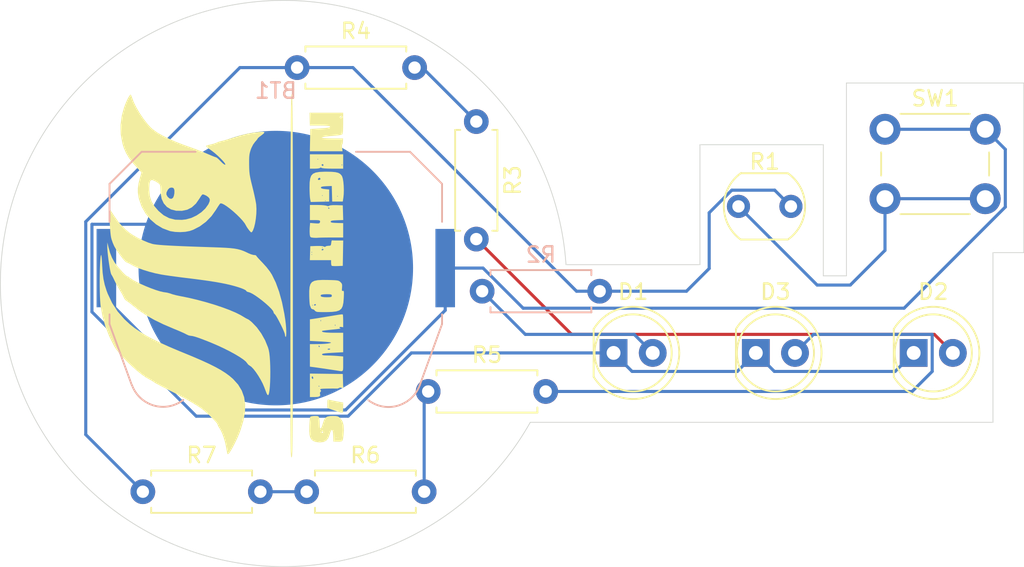
<source format=kicad_pcb>
(kicad_pcb (version 20241229) (generator "pcbnew") (generator_version "9.0")
  (layers (0 "F.Cu" signal) (2 "B.Cu" signal) (13 "F.Paste" user) (15 "B.Paste" user) (5 "F.SilkS" user "F.Silkscreen") (7 "B.SilkS" user "B.Silkscreen") (1 "F.Mask" user) (3 "B.Mask" user) (25 "Edge.Cuts" user))
  (net 0 "")
  (net 1 "Net-(BT1--)")
  (net 2 "Net-(BT1-+)")
  (net 3 "Net-(D1-A)")
  (net 4 "Net-(D2-A)")
  (net 5 "Net-(D3-A)")
  (net 6 "Net-(R1-Pad1)")
  (net 7 "Net-(R1-Pad2)")
  (net 8 "Net-(R3-Pad1)")
  (net 9 "Net-(R5-Pad1)")
  (net 10 "Net-(R6-Pad1)")
  (footprint "LED_THT:LED_D5.0mm" (layer "F.Cu") (at 135.125 121.5)
    (property "Reference" "D3" (at 1.27 -3.96 0) (layer "F.SilkS"))
    (property "Value" "LED")
    (fp_line (start -1.29 -1.545) (end -1.29 1.545) (stroke (width 0.12)) (layer "F.SilkS"))
    (fp_arc (start -1.29 -1.54483) (mid 2.071779 -2.880495) (end 4.26 0) (stroke (width 0.12)) (layer "F.SilkS"))
    (fp_arc (start 4.26 0) (mid 2.071779 2.880495) (end -1.29 1.54483) (stroke (width 0.12)) (layer "F.SilkS"))
    (fp_circle (center 1.27 0) (end 3.77 0) (stroke (width 0.12)) (fill no) (layer "F.SilkS"))
    (pad "1" thru_hole rect (at 0 0) (size 1.8 1.8) (drill 0.9) (layers "*.Cu" "*.Mask") (net 1 "Net-(BT1--)"))
    (pad "2" thru_hole circle (at 2.54 0) (size 1.8 1.8) (drill 0.9) (layers "*.Cu" "*.Mask") (net 5 "Net-(D3-A)"))
  )
  (footprint "Button_Switch_THT:SW_PUSH_6mm" (layer "F.Cu") (at 143.5 107)
    (property "Reference" "SW1" (at 3.25 -2 0) (layer "F.SilkS"))
    (property "Value" "SW_Push")
    (fp_line (start -0.25 1.5) (end -0.25 3) (stroke (width 0.12)) (layer "F.SilkS"))
    (fp_line (start 1 5.5) (end 5.5 5.5) (stroke (width 0.12)) (layer "F.SilkS"))
    (fp_line (start 5.5 -1) (end 1 -1) (stroke (width 0.12)) (layer "F.SilkS"))
    (fp_line (start 6.75 3) (end 6.75 1.5) (stroke (width 0.12)) (layer "F.SilkS"))
    (pad "1" thru_hole circle (at 0 0 90) (size 2 2) (drill 1.1) (layers "*.Cu" "*.Mask") (net 2 "Net-(BT1-+)"))
    (pad "1" thru_hole circle (at 6.5 0 90) (size 2 2) (drill 1.1) (layers "*.Cu" "*.Mask") (net 2 "Net-(BT1-+)"))
    (pad "2" thru_hole circle (at 0 4.5 90) (size 2 2) (drill 1.1) (layers "*.Cu" "*.Mask") (net 6 "Net-(R1-Pad1)"))
    (pad "2" thru_hole circle (at 6.5 4.5 90) (size 2 2) (drill 1.1) (layers "*.Cu" "*.Mask") (net 6 "Net-(R1-Pad1)"))
  )
  (footprint "LED_THT:LED_D5.0mm" (layer "F.Cu") (at 125.9 121.5)
    (property "Reference" "D1" (at 1.27 -3.96 0) (layer "F.SilkS"))
    (property "Value" "LED")
    (fp_line (start -1.29 -1.545) (end -1.29 1.545) (stroke (width 0.12)) (layer "F.SilkS"))
    (fp_arc (start -1.29 -1.54483) (mid 2.071779 -2.880495) (end 4.26 0) (stroke (width 0.12)) (layer "F.SilkS"))
    (fp_arc (start 4.26 0) (mid 2.071779 2.880495) (end -1.29 1.54483) (stroke (width 0.12)) (layer "F.SilkS"))
    (fp_circle (center 1.27 0) (end 3.77 0) (stroke (width 0.12)) (fill no) (layer "F.SilkS"))
    (pad "1" thru_hole rect (at 0 0) (size 1.8 1.8) (drill 0.9) (layers "*.Cu" "*.Mask") (net 1 "Net-(BT1--)"))
    (pad "2" thru_hole circle (at 2.54 0) (size 1.8 1.8) (drill 0.9) (layers "*.Cu" "*.Mask") (net 3 "Net-(D1-A)"))
  )
  (footprint "Resistor_THT:R_Axial_DIN0207_L6.3mm_D2.5mm_P7.62mm_Horizontal" (layer "F.Cu") (at 95.38 130.5)
    (property "Reference" "R7" (at 3.81 -2.37 0) (layer "F.SilkS"))
    (property "Value" "R")
    (fp_line (start 0.54 -1.37) (end 7.08 -1.37) (stroke (width 0.12)) (layer "F.SilkS"))
    (fp_line (start 0.54 -1.04) (end 0.54 -1.37) (stroke (width 0.12)) (layer "F.SilkS"))
    (fp_line (start 0.54 1.04) (end 0.54 1.37) (stroke (width 0.12)) (layer "F.SilkS"))
    (fp_line (start 0.54 1.37) (end 7.08 1.37) (stroke (width 0.12)) (layer "F.SilkS"))
    (fp_line (start 7.08 -1.37) (end 7.08 -1.04) (stroke (width 0.12)) (layer "F.SilkS"))
    (fp_line (start 7.08 1.37) (end 7.08 1.04) (stroke (width 0.12)) (layer "F.SilkS"))
    (pad "1" thru_hole circle (at 0 0) (size 1.6 1.6) (drill 0.8) (layers "*.Cu" "*.Mask") (net 7 "Net-(R1-Pad2)"))
    (pad "2" thru_hole circle (at 7.62 0) (size 1.6 1.6) (drill 0.8) (layers "*.Cu" "*.Mask") (net 10 "Net-(R6-Pad1)"))
  )
  (footprint "OptoDevice:R_LDR_5.1x4.3mm_P3.4mm_Vertical" (layer "F.Cu") (at 134 112)
    (property "Reference" "R1" (at 1.7 -2.9 0) (layer "F.SilkS"))
    (property "Value" "LDR03")
    (fp_line (start 0.15 -2.15) (end 3.2 -2.15) (stroke (width 0.12)) (layer "F.SilkS"))
    (fp_line (start 0.15 2.15) (end 3.2 2.15) (stroke (width 0.12)) (layer "F.SilkS"))
    (fp_arc (start 0.15 2.15) (mid -0.950438 -0.013368) (end 0.171766 -2.165525) (stroke (width 0.12)) (layer "F.SilkS"))
    (fp_arc (start 3.2 -2.15) (mid 4.321403 -0.027338) (end 3.244513 2.118249) (stroke (width 0.12)) (layer "F.SilkS"))
    (pad "1" thru_hole circle (at 0 0) (size 1.5 1.5) (drill 0.8) (layers "*.Cu" "*.Mask") (net 6 "Net-(R1-Pad1)"))
    (pad "2" thru_hole circle (at 3.4 0) (size 1.5 1.5) (drill 0.8) (layers "*.Cu" "*.Mask") (net 7 "Net-(R1-Pad2)"))
  )
  (footprint "Resistor_THT:R_Axial_DIN0207_L6.3mm_D2.5mm_P7.62mm_Horizontal" (layer "F.Cu") (at 105.38 103)
    (property "Reference" "R4" (at 3.81 -2.37 0) (layer "F.SilkS"))
    (property "Value" "R")
    (fp_line (start 0.54 -1.37) (end 7.08 -1.37) (stroke (width 0.12)) (layer "F.SilkS"))
    (fp_line (start 0.54 -1.04) (end 0.54 -1.37) (stroke (width 0.12)) (layer "F.SilkS"))
    (fp_line (start 0.54 1.04) (end 0.54 1.37) (stroke (width 0.12)) (layer "F.SilkS"))
    (fp_line (start 0.54 1.37) (end 7.08 1.37) (stroke (width 0.12)) (layer "F.SilkS"))
    (fp_line (start 7.08 -1.37) (end 7.08 -1.04) (stroke (width 0.12)) (layer "F.SilkS"))
    (fp_line (start 7.08 1.37) (end 7.08 1.04) (stroke (width 0.12)) (layer "F.SilkS"))
    (pad "1" thru_hole circle (at 0 0) (size 1.6 1.6) (drill 0.8) (layers "*.Cu" "*.Mask") (net 7 "Net-(R1-Pad2)"))
    (pad "2" thru_hole circle (at 7.62 0) (size 1.6 1.6) (drill 0.8) (layers "*.Cu" "*.Mask") (net 8 "Net-(R3-Pad1)"))
  )
  (footprint "LED_THT:LED_D5.0mm" (layer "F.Cu") (at 145.36 121.5)
    (property "Reference" "D2" (at 1.27 -3.96 0) (layer "F.SilkS"))
    (property "Value" "LED")
    (fp_line (start -1.29 -1.545) (end -1.29 1.545) (stroke (width 0.12)) (layer "F.SilkS"))
    (fp_arc (start -1.29 -1.54483) (mid 2.071779 -2.880495) (end 4.26 0) (stroke (width 0.12)) (layer "F.SilkS"))
    (fp_arc (start 4.26 0) (mid 2.071779 2.880495) (end -1.29 1.54483) (stroke (width 0.12)) (layer "F.SilkS"))
    (fp_circle (center 1.27 0) (end 3.77 0) (stroke (width 0.12)) (fill no) (layer "F.SilkS"))
    (pad "1" thru_hole rect (at 0 0) (size 1.8 1.8) (drill 0.9) (layers "*.Cu" "*.Mask") (net 1 "Net-(BT1--)"))
    (pad "2" thru_hole circle (at 2.54 0) (size 1.8 1.8) (drill 0.9) (layers "*.Cu" "*.Mask") (net 4 "Net-(D2-A)"))
  )
  (footprint "Resistor_THT:R_Axial_DIN0207_L6.3mm_D2.5mm_P7.62mm_Horizontal" (layer "F.Cu") (at 117 106.5 -90)
    (property "Reference" "R3" (at 3.81 -2.37 90) (layer "F.SilkS"))
    (property "Value" "R")
    (fp_line (start 0.54 1.37) (end 7.08 1.37) (stroke (width 0.12)) (layer "F.SilkS"))
    (fp_line (start 7.08 1.37) (end 7.08 1.04) (stroke (width 0.12)) (layer "F.SilkS"))
    (fp_line (start 0.54 1.04) (end 0.54 1.37) (stroke (width 0.12)) (layer "F.SilkS"))
    (fp_line (start 0.54 -1.04) (end 0.54 -1.37) (stroke (width 0.12)) (layer "F.SilkS"))
    (fp_line (start 0.54 -1.37) (end 7.08 -1.37) (stroke (width 0.12)) (layer "F.SilkS"))
    (fp_line (start 7.08 -1.37) (end 7.08 -1.04) (stroke (width 0.12)) (layer "F.SilkS"))
    (pad "1" thru_hole circle (at 0 0 270) (size 1.6 1.6) (drill 0.8) (layers "*.Cu" "*.Mask") (net 8 "Net-(R3-Pad1)"))
    (pad "2" thru_hole circle (at 7.62 0 270) (size 1.6 1.6) (drill 0.8) (layers "*.Cu" "*.Mask") (net 4 "Net-(D2-A)"))
  )
  (footprint "Resistor_THT:R_Axial_DIN0207_L6.3mm_D2.5mm_P7.62mm_Horizontal" (layer "F.Cu") (at 113.88 124)
    (property "Reference" "R5" (at 3.81 -2.37 0) (layer "F.SilkS"))
    (property "Value" "R")
    (fp_line (start 0.54 -1.37) (end 7.08 -1.37) (stroke (width 0.12)) (layer "F.SilkS"))
    (fp_line (start 0.54 -1.04) (end 0.54 -1.37) (stroke (width 0.12)) (layer "F.SilkS"))
    (fp_line (start 0.54 1.04) (end 0.54 1.37) (stroke (width 0.12)) (layer "F.SilkS"))
    (fp_line (start 0.54 1.37) (end 7.08 1.37) (stroke (width 0.12)) (layer "F.SilkS"))
    (fp_line (start 7.08 -1.37) (end 7.08 -1.04) (stroke (width 0.12)) (layer "F.SilkS"))
    (fp_line (start 7.08 1.37) (end 7.08 1.04) (stroke (width 0.12)) (layer "F.SilkS"))
    (pad "1" thru_hole circle (at 0 0) (size 1.6 1.6) (drill 0.8) (layers "*.Cu" "*.Mask") (net 9 "Net-(R5-Pad1)"))
    (pad "2" thru_hole circle (at 7.62 0) (size 1.6 1.6) (drill 0.8) (layers "*.Cu" "*.Mask") (net 5 "Net-(D3-A)"))
  )
  (footprint "LOGO" (layer "F.Cu") (at 102.288197 116.516917)
    (property "Reference" "G***" (hide yes))
    (property "Value" "LOGO" (hide yes))
    (fp_poly (pts (xy 5.136389 8.011048) (xy 5.221716 8.031355) (xy 5.375635 8.064057) (xy 5.570376 8.103324) (xy 5.651254 8.119132) (xy 6.080308 8.202223) (xy 6.080308 8.538756) (xy 6.073924 8.733565) (xy 6.053555 8.840954) (xy 6.019015 8.870975) (xy 5.948351 8.85416) (xy 5.808569 8.812496) (xy 5.623233 8.753188) (xy 5.50415 8.713544) (xy 5.050579 8.560428) (xy 5.050579 8.273242) (xy 5.054158 8.112753) (xy 5.06926 8.030201) (xy 5.102434 8.005579)) (fill yes) (layer "F.SilkS"))
    (fp_poly (pts (xy 6.080308 -7.428765) (xy 6.080308 -6.962935) (xy 5.403629 -6.962935) (xy 5.106135 -6.966881) (xy 4.878196 -6.978234) (xy 4.729776 -6.996267) (xy 4.673642 -7.016242) (xy 4.614453 -7.043031) (xy 4.587389 -7.016242) (xy 4.52446 -6.988559) (xy 4.392745 -6.969328) (xy 4.238611 -6.962935) (xy 3.922779 -6.962935) (xy 3.922779 -7.224604) (xy 4.683903 -7.224604) (xy 4.689495 -7.183873) (xy 4.73999 -7.137471) (xy 4.792788 -7.163595) (xy 4.804635 -7.208109) (xy 5.982239 -7.208109) (xy 6.00018 -7.167747) (xy 6.014929 -7.175419) (xy 6.020797 -7.233612) (xy 6.014929 -7.240798) (xy 5.985778 -7.234067) (xy 5.982239 -7.208109) (xy 4.804635 -7.208109) (xy 4.805405 -7.211002) (xy 4.765753 -7.25219) (xy 4.733392 -7.257143) (xy 4.683903 -7.224604) (xy 3.922779 -7.224604) (xy 3.922779 -7.428765) (xy 3.922779 -7.575869) (xy 4.413127 -7.575869) (xy 4.437644 -7.551352) (xy 4.462162 -7.575869) (xy 4.437644 -7.600387) (xy 4.413127 -7.575869) (xy 3.922779 -7.575869) (xy 3.922779 -7.894595) (xy 5.001544 -7.894595) (xy 6.080308 -7.894595)) (fill yes) (layer "F.SilkS"))
    (fp_poly (pts (xy 4.989285 6.336785) (xy 6.055791 6.35) (xy 6.069966 6.809368) (xy 6.084142 7.268736) (xy 5.962643 7.238242) (xy 5.860563 7.232162) (xy 5.810846 7.256772) (xy 5.74436 7.290293) (xy 5.648478 7.297019) (xy 5.542746 7.294102) (xy 5.368168 7.29353) (xy 5.153943 7.295294) (xy 5.032316 7.297209) (xy 4.812524 7.302749) (xy 4.675908 7.311541) (xy 4.607578 7.326642) (xy 4.592641 7.351112) (xy 4.612368 7.383466) (xy 4.651816 7.452545) (xy 4.614756 7.498892) (xy 4.611226 7.501104) (xy 4.569879 7.574387) (xy 4.576064 7.619954) (xy 4.596534 7.729668) (xy 4.550124 7.799443) (xy 4.426921 7.83586) (xy 4.236259 7.845559) (xy 3.922779 7.845559) (xy 3.922779 7.126383) (xy 4.478507 7.126383) (xy 4.485238 7.155534) (xy 4.511196 7.159073) (xy 4.551558 7.141132) (xy 4.543886 7.126383) (xy 4.485693 7.120515) (xy 4.478507 7.126383) (xy 3.922779 7.126383) (xy 3.922779 7.084564) (xy 3.922779 6.588139) (xy 4.036155 6.588139) (xy 4.075461 6.655009) (xy 4.117222 6.668725) (xy 4.139743 6.629453) (xy 4.132279 6.567415) (xy 4.094845 6.501149) (xy 4.057783 6.514108) (xy 4.036155 6.588139) (xy 3.922779 6.588139) (xy 3.922779 6.32357)) (fill yes) (layer "F.SilkS"))
    (fp_poly (pts (xy 6.080308 -9.911024) (xy 6.077054 -9.604216) (xy 6.066801 -9.386537) (xy 6.048817 -9.249244) (xy 6.022368 -9.183595) (xy 6.019015 -9.180457) (xy 5.944928 -9.154729) (xy 5.798963 -9.128512) (xy 5.607194 -9.106057) (xy 5.516409 -9.098562) (xy 5.196181 -9.073057) (xy 4.964588 -9.048544) (xy 4.812225 -9.023518) (xy 4.729689 -8.996474) (xy 4.707335 -8.96905) (xy 4.753507 -8.952785) (xy 4.880593 -8.939215) (xy 5.071451 -8.92946) (xy 5.308939 -8.924641) (xy 5.391224 -8.924325) (xy 6.075112 -8.924325) (xy 6.067291 -8.728186) (xy 6.053146 -8.605287) (xy 6.027335 -8.537003) (xy 6.01785 -8.532047) (xy 5.999672 -8.48891) (xy 6.00114 -8.37958) (xy 6.009319 -8.31139) (xy 6.042409 -8.090734) (xy 4.981283 -8.090734) (xy 3.920158 -8.090734) (xy 3.933727 -8.813997) (xy 3.947297 -9.537259) (xy 4.530448 -9.571473) (xy 4.819037 -9.590227) (xy 5.021524 -9.608685) (xy 5.149844 -9.62921) (xy 5.215927 -9.654166) (xy 5.231707 -9.685916) (xy 5.222414 -9.708534) (xy 5.16234 -9.728684) (xy 5.019428 -9.744381) (xy 4.808855 -9.754498) (xy 4.557337 -9.757916) (xy 3.922779 -9.757916) (xy 3.916753 -9.892761) (xy 3.912259 -10.018291) (xy 3.907271 -10.19396) (xy 3.904494 -10.309413) (xy 3.90328 -10.364312) (xy 5.884169 -10.364312) (xy 5.908345 -10.292413) (xy 5.956791 -10.264408) (xy 5.974884 -10.273598) (xy 5.968116 -10.323974) (xy 5.942194 -10.356957) (xy 5.892826 -10.3846) (xy 5.884169 -10.364312) (xy 3.90328 -10.364312) (xy 3.898262 -10.591219) (xy 4.989285 -10.591363) (xy 6.080308 -10.591506)) (fill yes) (layer "F.SilkS"))
    (fp_poly (pts (xy 4.636644 -4.604211) (xy 4.827983 -4.590609) (xy 4.963842 -4.570813) (xy 5.007902 -4.556829) (xy 5.114252 -4.530541) (xy 5.171547 -4.558889) (xy 5.2572 -4.586013) (xy 5.421882 -4.599914) (xy 5.646502 -4.599068) (xy 6.055791 -4.58475) (xy 6.069801 -4.108672) (xy 6.083811 -3.632595) (xy 5.677523 -3.618325) (xy 5.470551 -3.607415) (xy 5.345006 -3.590082) (xy 5.284291 -3.562738) (xy 5.271235 -3.530502) (xy 5.279635 -3.497771) (xy 5.315 -3.474629) (xy 5.392572 -3.458859) (xy 5.527598 -3.448243) (xy 5.73532 -3.440565) (xy 5.920945 -3.436) (xy 6.080308 -3.432433) (xy 6.080308 -2.966603) (xy 6.080308 -2.500773) (xy 5.308011 -2.500103) (xy 5.035726 -2.498873) (xy 4.792512 -2.495922) (xy 4.59783 -2.491626) (xy 4.471138 -2.486363) (xy 4.437644 -2.483219) (xy 4.326262 -2.477381) (xy 4.173516 -2.48329) (xy 4.136081 -2.486469) (xy 4.007434 -2.504346) (xy 3.945526 -2.545203) (xy 3.920419 -2.639228) (xy 3.912684 -2.71175) (xy 3.905094 -2.887542) (xy 3.90889 -3.09432) (xy 3.914364 -3.181185) (xy 3.935949 -3.444803) (xy 4.243935 -3.42008) (xy 4.414892 -3.409935) (xy 4.512111 -3.417172) (xy 4.559084 -3.446365) (xy 4.57526 -3.484608) (xy 4.585189 -3.557044) (xy 4.556379 -3.600177) (xy 4.471197 -3.621432) (xy 4.312013 -3.628233) (xy 4.233333 -3.628572) (xy 3.922779 -3.628572) (xy 3.922779 -4.118919) (xy 3.922779 -4.416022) (xy 5.099613 -4.416022) (xy 5.135208 -4.366089) (xy 5.148648 -4.364093) (xy 5.196408 -4.380823) (xy 5.197683 -4.385717) (xy 5.163322 -4.427581) (xy 5.148648 -4.437645) (xy 5.103463 -4.433758) (xy 5.099613 -4.416022) (xy 3.922779 -4.416022) (xy 3.922779 -4.609267) (xy 4.416351 -4.609267)) (fill yes) (layer "F.SilkS"))
    (fp_poly (pts (xy 5.421286 -2.310794) (xy 5.555173 -2.306404) (xy 5.730289 -2.304637) (xy 5.738251 -2.304634) (xy 6.08268 -2.304634) (xy 6.069235 -1.483302) (xy 6.055791 -0.66197) (xy 5.710406 -0.647767) (xy 5.53448 -0.645314) (xy 5.398823 -0.652303) (xy 5.331499 -0.667227) (xy 5.330386 -0.668198) (xy 5.306589 -0.736959) (xy 5.295808 -0.856911) (xy 5.295752 -0.866281) (xy 5.295752 -1.02973) (xy 4.607426 -1.02973) (xy 3.919099 -1.02973) (xy 3.930531 -1.397491) (xy 4.020849 -1.397491) (xy 4.045366 -1.372973) (xy 4.069884 -1.397491) (xy 4.045366 -1.422008) (xy 4.020849 -1.397491) (xy 3.930531 -1.397491) (xy 3.933198 -1.483302) (xy 3.935103 -1.544595) (xy 4.020849 -1.544595) (xy 4.045366 -1.520078) (xy 4.069884 -1.544595) (xy 4.045366 -1.569112) (xy 4.020849 -1.544595) (xy 3.935103 -1.544595) (xy 3.940438 -1.716217) (xy 4.682818 -1.716217) (xy 4.693934 -1.674238) (xy 4.728959 -1.667182) (xy 4.796049 -1.692783) (xy 4.805405 -1.716217) (xy 4.770211 -1.763848) (xy 4.759264 -1.765251) (xy 4.692854 -1.729608) (xy 4.682818 -1.716217) (xy 3.940438 -1.716217) (xy 3.944249 -1.838804) (xy 4.707335 -1.838804) (xy 4.731853 -1.814286) (xy 4.75637 -1.838804) (xy 4.731853 -1.863321) (xy 4.707335 -1.838804) (xy 3.944249 -1.838804) (xy 3.947297 -1.936873) (xy 4.356586 -1.951192) (xy 4.576057 -1.952077) (xy 4.740023 -1.93904) (xy 4.828051 -1.913768) (xy 4.830309 -1.912035) (xy 4.899827 -1.885746) (xy 4.92652 -1.909975) (xy 4.992938 -1.945024) (xy 5.111928 -1.961255) (xy 5.124065 -1.96139) (xy 5.233431 -1.969446) (xy 5.283533 -2.012975) (xy 5.30296 -2.121025) (xy 5.305051 -2.145271) (xy 5.323333 -2.259979) (xy 5.349787 -2.315872) (xy 5.357046 -2.316892)) (fill yes) (layer "F.SilkS"))
    (fp_poly (pts (xy 5.329532 -6.760354) (xy 5.575373 -6.737979) (xy 5.754331 -6.695097) (xy 5.88167 -6.627135) (xy 5.972652 -6.529518) (xy 6.011351 -6.464192) (xy 6.057417 -6.321624) (xy 6.09265 -6.108125) (xy 6.115402 -5.850402) (xy 6.124023 -5.575161) (xy 6.116867 -5.30911) (xy 6.095576 -5.099614) (xy 6.05444 -4.829923) (xy 5.711872 -4.829923) (xy 5.369305 -4.829923) (xy 5.359785 -5.173167) (xy 5.68803 -5.173167) (xy 5.712548 -5.148649) (xy 5.737065 -5.173167) (xy 5.712548 -5.197684) (xy 5.68803 -5.173167) (xy 5.359785 -5.173167) (xy 5.355307 -5.334643) (xy 5.34131 -5.839362) (xy 4.987547 -5.82499) (xy 4.795846 -5.812561) (xy 4.685141 -5.791784) (xy 4.638448 -5.758439) (xy 4.633783 -5.737066) (xy 4.665505 -5.688351) (xy 4.77018 -5.655788) (xy 4.903474 -5.638997) (xy 5.173166 -5.614479) (xy 5.173166 -5.222201) (xy 5.173166 -4.829923) (xy 4.574991 -4.816175) (xy 3.976817 -4.802428) (xy 3.961 -4.878958) (xy 4.903474 -4.878958) (xy 4.927992 -4.854441) (xy 4.952509 -4.878958) (xy 4.927992 -4.903475) (xy 4.903474 -4.878958) (xy 3.961 -4.878958) (xy 3.938506 -4.987797) (xy 3.922803 -5.112646) (xy 3.915592 -5.222201) (xy 4.707335 -5.222201) (xy 4.731853 -5.197684) (xy 4.75637 -5.222201) (xy 4.731853 -5.246719) (xy 4.707335 -5.222201) (xy 3.915592 -5.222201) (xy 3.910027 -5.306737) (xy 3.901688 -5.541252) (xy 3.899229 -5.737066) (xy 3.906959 -6.07045) (xy 3.936209 -6.300966) (xy 4.444429 -6.300966) (xy 4.452402 -6.240494) (xy 4.512735 -6.227414) (xy 4.591387 -6.258438) (xy 4.609266 -6.300966) (xy 4.572709 -6.366035) (xy 4.54096 -6.374518) (xy 4.465262 -6.334965) (xy 4.444429 -6.300966) (xy 3.936209 -6.300966) (xy 3.939107 -6.323805) (xy 4.007169 -6.507869) (xy 4.122642 -6.633383) (xy 4.297024 -6.711086) (xy 4.541811 -6.75172) (xy 4.8685 -6.766023) (xy 5.001544 -6.766796)) (fill yes) (layer "F.SilkS"))
    (fp_poly (pts (xy 5.589205 9.074794) (xy 5.709098 9.091923) (xy 5.796701 9.133363) (xy 5.884877 9.209661) (xy 5.908858 9.233414) (xy 6.034288 9.416284) (xy 6.106033 9.66414) (xy 6.125407 9.983978) (xy 6.105691 10.281594) (xy 6.081283 10.494377) (xy 6.053456 10.628115) (xy 6.007282 10.701158) (xy 5.927836 10.731851) (xy 5.80019 10.738543) (xy 5.733882 10.73861) (xy 5.446982 10.73861) (xy 5.436819 10.468918) (xy 5.638996 10.468918) (xy 5.663513 10.493436) (xy 5.68803 10.468918) (xy 5.663513 10.444401) (xy 5.638996 10.468918) (xy 5.436819 10.468918) (xy 5.432661 10.35859) (xy 5.42058 10.156802) (xy 5.400721 10.037387) (xy 5.369601 9.98474) (xy 5.347849 9.978571) (xy 5.291535 10.025797) (xy 5.235406 10.160509) (xy 5.211281 10.248262) (xy 5.121613 10.4998) (xy 4.990644 10.667332) (xy 4.807392 10.760117) (xy 4.571716 10.787461) (xy 4.310075 10.76159) (xy 4.136232 10.693186) (xy 4.022167 10.599589) (xy 3.943802 10.471174) (xy 3.897309 10.292861) (xy 3.885623 10.138758) (xy 4.678853 10.138758) (xy 4.685406 10.154381) (xy 4.744936 10.178675) (xy 4.760558 10.172122) (xy 4.784852 10.112592) (xy 4.778299 10.09697) (xy 4.71877 10.072676) (xy 4.703147 10.079229) (xy 4.678853 10.138758) (xy 3.885623 10.138758) (xy 3.878859 10.049567) (xy 3.884625 9.726212) (xy 3.885567 9.705817) (xy 3.898787 9.484979) (xy 3.915045 9.298956) (xy 3.932035 9.17063) (xy 3.944046 9.125723) (xy 4.008398 9.095177) (xy 4.137197 9.075482) (xy 4.23827 9.071428) (xy 4.39011 9.074783) (xy 4.47145 9.094509) (xy 4.509844 9.145099) (xy 4.529584 9.224662) (xy 4.547434 9.364327) (xy 4.558482 9.547863) (xy 4.560231 9.645543) (xy 4.570428 9.813764) (xy 4.598864 9.887671) (xy 4.642306 9.868643) (xy 4.697519 9.758056) (xy 4.760457 9.560266) (xy 4.834933 9.335371) (xy 4.924886 9.19093) (xy 5.052418 9.110156) (xy 5.239631 9.076266) (xy 5.404158 9.071428)) (fill yes) (layer "F.SilkS"))
    (fp_poly (pts (xy 5.078111 0.253926) (xy 5.355312 0.261078) (xy 5.552329 0.26992) (xy 5.687037 0.28336) (xy 5.777312 0.304306) (xy 5.841033 0.335666) (xy 5.896075 0.380349) (xy 5.904694 0.388386) (xy 5.980998 0.474048) (xy 6.012679 0.56521) (xy 6.011131 0.70212) (xy 6.006805 0.749042) (xy 5.996644 0.891626) (xy 6.007065 0.95744) (xy 6.04338 0.966588) (xy 6.062635 0.960336) (xy 6.098648 0.955691) (xy 6.120149 0.986231) (xy 6.129126 1.068095) (xy 6.127568 1.217419) (xy 6.119035 1.418011) (xy 6.094809 1.724677) (xy 6.047282 1.954178) (xy 5.963764 2.11772) (xy 5.831567 2.226512) (xy 5.638003 2.291761) (xy 5.370382 2.324675) (xy 5.080293 2.335513) (xy 4.838347 2.337603) (xy 4.623572 2.335563) (xy 4.459935 2.32987) (xy 4.373352 2.321443) (xy 4.273663 2.27523) (xy 4.233261 2.227277) (xy 4.167782 2.16882) (xy 4.112133 2.157528) (xy 4.021226 2.118668) (xy 3.991213 2.071718) (xy 3.947227 1.953941) (xy 3.92835 1.912355) (xy 3.923328 1.887837) (xy 4.069884 1.887837) (xy 4.094401 1.912355) (xy 4.118918 1.887837) (xy 4.094401 1.86332) (xy 4.192471 1.86332) (xy 4.203587 1.905299) (xy 4.238611 1.912355) (xy 4.305701 1.886754) (xy 4.315057 1.86332) (xy 4.279864 1.815689) (xy 4.268917 1.814285) (xy 4.202507 1.849928) (xy 4.192471 1.86332) (xy 4.094401 1.86332) (xy 4.069884 1.887837) (xy 3.923328 1.887837) (xy 3.912594 1.835438) (xy 3.897914 1.683815) (xy 3.886136 1.480846) (xy 3.880082 1.297348) (xy 4.620185 1.297348) (xy 4.687702 1.344068) (xy 4.841945 1.368256) (xy 5.004438 1.372972) (xy 5.183904 1.370283) (xy 5.286407 1.358171) (xy 5.332997 1.33057) (xy 5.344722 1.281417) (xy 5.344787 1.274903) (xy 5.335453 1.223191) (xy 5.293417 1.193655) (xy 5.197631 1.180231) (xy 5.027046 1.176852) (xy 5.004438 1.176833) (xy 4.830504 1.183421) (xy 4.697829 1.200718) (xy 4.634351 1.22503) (xy 4.633783 1.225868) (xy 4.620185 1.297348) (xy 3.880082 1.297348) (xy 3.879928 1.292685) (xy 3.879361 0.963631) (xy 3.901301 0.710307) (xy 3.956582 0.523322) (xy 4.056039 0.393281) (xy 4.210505 0.310794) (xy 4.430816 0.266467) (xy 4.727804 0.250907)) (fill yes) (layer "F.SilkS"))
    (fp_poly (pts (xy 2.753935 -11.785035) (xy 2.761334 -11.759203) (xy 2.768164 -11.711816) (xy 2.774448 -11.639328) (xy 2.780207 -11.538193) (xy 2.785464 -11.404866) (xy 2.790241 -11.235801) (xy 2.794561 -11.027452) (xy 2.798444 -10.776273) (xy 2.801915 -10.478718) (xy 2.804993 -10.131243) (xy 2.807703 -9.7303) (xy 2.810066 -9.272344) (xy 2.812104 -8.753829) (xy 2.813839 -8.17121) (xy 2.815293 -7.520941) (xy 2.816489 -6.799475) (xy 2.817449 -6.003268) (xy 2.818195 -5.128773) (xy 2.818749 -4.172445) (xy 2.819134 -3.130738) (xy 2.81937 -2.000106) (xy 2.819482 -0.777003) (xy 2.819498 -0.025189) (xy 2.819473 1.244002) (xy 2.819382 2.418767) (xy 2.819197 3.502751) (xy 2.818893 4.499596) (xy 2.818442 5.412947) (xy 2.817817 6.246448) (xy 2.816994 7.003742) (xy 2.815944 7.688473) (xy 2.814641 8.304286) (xy 2.81306 8.854823) (xy 2.811172 9.343728) (xy 2.808952 9.774646) (xy 2.806373 10.15122) (xy 2.803408 10.477094) (xy 2.800031 10.755912) (xy 2.796216 10.991317) (xy 2.791935 11.186954) (xy 2.787163 11.346466) (xy 2.781872 11.473497) (xy 2.776036 11.571691) (xy 2.769629 11.644691) (xy 2.762623 11.696142) (xy 2.754993 11.729687) (xy 2.746712 11.748971) (xy 2.737753 11.757636) (xy 2.733586 11.759024) (xy 2.724332 11.757532) (xy 2.715775 11.746933) (xy 2.707893 11.723596) (xy 2.700664 11.683889) (xy 2.694064 11.624182) (xy 2.688071 11.540844) (xy 2.682663 11.430243) (xy 2.677816 11.288748) (xy 2.673509 11.112728) (xy 2.669717 10.898552) (xy 2.666419 10.642588) (xy 2.663592 10.341206) (xy 2.661213 9.990774) (xy 2.65926 9.587661) (xy 2.657709 9.128236) (xy 2.656539 8.608868) (xy 2.655725 8.025925) (xy 2.655247 7.375777) (xy 2.65508 6.654792) (xy 2.655203 5.85934) (xy 2.655592 4.985788) (xy 2.656225 4.030506) (xy 2.65708 2.989863) (xy 2.658133 1.860227) (xy 2.659361 0.637967) (xy 2.660034 -0.008644) (xy 2.661425 -1.287941) (xy 2.662829 -2.472711) (xy 2.664273 -3.566495) (xy 2.665783 -4.572837) (xy 2.667383 -5.495278) (xy 2.669101 -6.33736) (xy 2.670961 -7.102626) (xy 2.672991 -7.794618) (xy 2.675214 -8.416877) (xy 2.677658 -8.972947) (xy 2.680348 -9.46637) (xy 2.68331 -9.900687) (xy 2.68657 -10.279441) (xy 2.690153 -10.606173) (xy 2.694086 -10.884427) (xy 2.698394 -11.117745) (xy 2.703103 -11.309668) (xy 2.70824 -11.463738) (xy 2.713828 -11.583499) (xy 2.719896 -11.672491) (xy 2.726467 -11.734258) (xy 2.733569 -11.772342) (xy 2.741227 -11.790284) (xy 2.745945 -11.792858)) (fill yes) (layer "F.SilkS"))
    (fp_poly (pts (xy -9.595709 -1.326911) (xy -9.579758 -1.200518) (xy -9.564088 -1.011485) (xy -9.550364 -0.777503) (xy -9.546772 -0.698746) (xy -9.515453 -0.220695) (xy -9.461952 0.191026) (xy -9.380321 0.566806) (xy -9.264616 0.937029) (xy -9.186022 1.144966) (xy -8.900532 1.747726) (xy -8.542945 2.294496) (xy -8.104735 2.797048) (xy -7.754004 3.121533) (xy -7.446139 3.366778) (xy -7.101989 3.605657) (xy -6.712314 3.843088) (xy -6.267875 4.083988) (xy -5.759434 4.333272) (xy -5.177751 4.595857) (xy -4.513586 4.876661) (xy -4.266024 4.977691) (xy -3.63119 5.239472) (xy -3.081389 5.477078) (xy -2.607907 5.695127) (xy -2.202028 5.898233) (xy -1.855038 6.091015) (xy -1.558221 6.278089) (xy -1.302863 6.46407) (xy -1.080249 6.653576) (xy -1.051166 6.680683) (xy -0.729498 7.038747) (xy -0.492596 7.428802) (xy -0.340095 7.854153) (xy -0.271629 8.318106) (xy -0.286835 8.823968) (xy -0.385348 9.375045) (xy -0.566804 9.974642) (xy -0.660525 10.223745) (xy -0.755803 10.449024) (xy -0.869667 10.694107) (xy -0.991644 10.938974) (xy -1.111262 11.163605) (xy -1.218048 11.34798) (xy -1.301529 11.472077) (xy -1.330578 11.504656) (xy -1.397299 11.553786) (xy -1.429044 11.522347) (xy -1.443092 11.467376) (xy -1.465135 11.356964) (xy -1.495628 11.190834) (xy -1.520245 11.049885) (xy -1.580656 10.770265) (xy -1.664451 10.482752) (xy -1.761744 10.215218) (xy -1.86265 9.995531) (xy -1.936285 9.876914) (xy -2.014595 9.755923) (xy -2.056987 9.654769) (xy -2.05946 9.635628) (xy -2.09481 9.562557) (xy -2.191096 9.441423) (xy -2.333676 9.286651) (xy -2.507903 9.112671) (xy -2.699136 8.933908) (xy -2.892728 8.76479) (xy -3.074037 8.619744) (xy -3.138224 8.572838) (xy -3.414309 8.390138) (xy -3.765634 8.177514) (xy -4.177182 7.943404) (xy -4.633939 7.696244) (xy -5.120887 7.444471) (xy -5.355394 7.327199) (xy -5.610551 7.198921) (xy -5.840445 7.079476) (xy -6.028122 6.977974) (xy -6.156626 6.903522) (xy -6.202896 6.871863) (xy -6.315128 6.793957) (xy -6.458382 6.716597) (xy -6.473759 6.709531) (xy -6.70444 6.581187) (xy -6.978463 6.389201) (xy -7.280195 6.14829) (xy -7.594003 5.873168) (xy -7.904255 5.578552) (xy -8.19532 5.279156) (xy -8.451564 4.989697) (xy -8.657355 4.724888) (xy -8.772276 4.545836) (xy -9.085055 3.918756) (xy -9.340502 3.260739) (xy -9.530265 2.597322) (xy -9.645994 1.95404) (xy -9.659125 1.834124) (xy -9.677536 1.59067) (xy -9.691177 1.298331) (xy -9.700252 0.970475) (xy -9.704965 0.620467) (xy -9.70552 0.261677) (xy -9.702119 -0.092531) (xy -9.694967 -0.428787) (xy -9.684268 -0.733727) (xy -9.670224 -0.993982) (xy -9.65304 -1.196185) (xy -9.632919 -1.32697) (xy -9.610274 -1.372973)) (fill yes) (layer "F.SilkS"))
    (fp_poly (pts (xy 6.052916 2.490389) (xy 6.056339 2.493147) (xy 6.067418 2.550016) (xy 6.075783 2.680156) (xy 6.080041 2.85878) (xy 6.080308 2.91894) (xy 6.080308 3.320763) (xy 5.957722 3.297329) (xy 5.864285 3.301203) (xy 5.835851 3.339739) (xy 5.88369 3.383242) (xy 5.920945 3.394231) (xy 5.907921 3.40505) (xy 5.812201 3.422083) (xy 5.648801 3.443199) (xy 5.432739 3.466267) (xy 5.372724 3.472045) (xy 5.133712 3.496336) (xy 4.931675 3.520178) (xy 4.785795 3.541066) (xy 4.715255 3.556492) (xy 4.712175 3.558351) (xy 4.710115 3.603653) (xy 4.803331 3.638413) (xy 4.98956 3.66227) (xy 5.266538 3.674863) (xy 5.455115 3.676855) (xy 6.080308 3.677606) (xy 6.080308 4.308772) (xy 6.080308 4.939938) (xy 5.393822 4.975308) (xy 5.110738 4.991925) (xy 4.913138 5.009046) (xy 4.788444 5.028582) (xy 4.724079 5.052445) (xy 4.707335 5.079663) (xy 4.733552 5.119464) (xy 4.822978 5.141239) (xy 4.991776 5.148569) (xy 5.018663 5.148648) (xy 5.234204 5.153253) (xy 5.488799 5.165266) (xy 5.70515 5.180361) (xy 6.080308 5.212073) (xy 6.080308 5.695226) (xy 6.080021 5.92036) (xy 6.072128 6.063601) (xy 6.046087 6.141078) (xy 5.991353 6.168923) (xy 5.897382 6.163268) (xy 5.7861 6.145339) (xy 5.585407 6.113837) (xy 5.333345 6.075323) (xy 5.054849 6.033491) (xy 4.774858 5.992036) (xy 4.518309 5.95465) (xy 4.310137 5.925027) (xy 4.180212 5.907479) (xy 3.922779 5.874967) (xy 3.922779 5.144047) (xy 3.922779 4.754229) (xy 5.073772 4.754229) (xy 5.129856 4.776204) (xy 5.207013 4.764112) (xy 5.246707 4.727301) (xy 5.246718 4.726607) (xy 5.205342 4.711075) (xy 5.145754 4.707335) (xy 5.077388 4.725439) (xy 5.073772 4.754229) (xy 3.922779 4.754229) (xy 3.922779 4.541237) (xy 4.479017 4.541237) (xy 4.486679 4.560231) (xy 4.530742 4.60701) (xy 4.538608 4.609266) (xy 4.559669 4.571328) (xy 4.560231 4.560231) (xy 4.522536 4.513081) (xy 4.508303 4.511196) (xy 4.479017 4.541237) (xy 3.922779 4.541237) (xy 3.922779 4.413127) (xy 4.351833 4.412701) (xy 4.632181 4.407612) (xy 4.882837 4.394061) (xy 5.087519 4.373754) (xy 5.229945 4.348398) (xy 5.293832 4.319701) (xy 5.295752 4.313741) (xy 5.249677 4.298173) (xy 5.123135 4.280539) (xy 4.93365 4.262684) (xy 4.698746 4.246451) (xy 4.609266 4.241505) (xy 3.922779 4.205961) (xy 3.922779 3.505621) (xy 3.922779 3.187258) (xy 5.540926 3.187258) (xy 5.558867 3.227619) (xy 5.573616 3.219948) (xy 5.579484 3.161755) (xy 5.573616 3.154568) (xy 5.544465 3.161299) (xy 5.540926 3.187258) (xy 3.922779 3.187258) (xy 3.922779 2.89305) (xy 4.609266 2.89305) (xy 4.627207 2.933411) (xy 4.641956 2.92574) (xy 4.647824 2.867547) (xy 4.641956 2.86036) (xy 4.612805 2.867091) (xy 4.609266 2.89305) (xy 3.922779 2.89305) (xy 3.922779 2.805281) (xy 4.10666 2.780584) (xy 4.225101 2.763046) (xy 4.414859 2.733112) (xy 4.650572 2.694851) (xy 4.906879 2.652332) (xy 4.927992 2.648789) (xy 5.284704 2.589128) (xy 5.556513 2.544511) (xy 5.755158 2.513317) (xy 5.892381 2.493928) (xy 5.979922 2.484723) (xy 6.02952 2.484083)) (fill yes) (layer "F.SilkS"))
    (fp_poly (pts (xy -8.988856 -4.244513) (xy -8.907962 -4.127391) (xy -8.809292 -3.970624) (xy -8.783785 -3.92811) (xy -8.453195 -3.460142) (xy -8.049696 -3.037594) (xy -7.783294 -2.817361) (xy -7.525409 -2.644919) (xy -7.213188 -2.468709) (xy -6.880002 -2.305187) (xy -6.559218 -2.170808) (xy -6.300966 -2.086337) (xy -6.189201 -2.06321) (xy -6.03139 -2.041248) (xy -5.821791 -2.020129) (xy -5.55466 -1.999534) (xy -5.224254 -1.979143) (xy -4.824831 -1.958635) (xy -4.350648 -1.93769) (xy -3.795961 -1.915988) (xy -3.155028 -1.893209) (xy -2.422106 -1.869032) (xy -2.378186 -1.867629) (xy -1.91819 -1.851437) (xy -1.541684 -1.833563) (xy -1.234091 -1.811587) (xy -0.980835 -1.783092) (xy -0.767337 -1.74566) (xy -0.579022 -1.69687) (xy -0.401313 -1.634306) (xy -0.219632 -1.555547) (xy -0.07379 -1.485285) (xy 0.089766 -1.41646) (xy 0.240248 -1.373045) (xy 0.306467 -1.365102) (xy 0.404327 -1.35251) (xy 0.441312 -1.323248) (xy 0.473885 -1.273322) (xy 0.562471 -1.169758) (xy 0.693373 -1.027897) (xy 0.845849 -0.870208) (xy 1.10972 -0.579861) (xy 1.334816 -0.287121) (xy 1.461332 -0.088279) (xy 1.709331 0.420256) (xy 1.927336 1.015972) (xy 2.113333 1.692052) (xy 2.265307 2.441683) (xy 2.328244 2.844332) (xy 2.359249 3.100199) (xy 2.380073 3.3491) (xy 2.390521 3.574688) (xy 2.390396 3.760621) (xy 2.379503 3.890553) (xy 2.357647 3.948141) (xy 2.341409 3.9436) (xy 2.311945 3.869145) (xy 2.304633 3.795658) (xy 2.283051 3.707836) (xy 2.224931 3.558892) (xy 2.140213 3.368651) (xy 2.038836 3.156939) (xy 1.930742 2.943583) (xy 1.825868 2.748407) (xy 1.734156 2.591238) (xy 1.665545 2.491901) (xy 1.639041 2.468079) (xy 1.579676 2.402363) (xy 1.569111 2.350497) (xy 1.530401 2.25988) (xy 1.424196 2.128161) (xy 1.265383 1.967444) (xy 1.068848 1.789833) (xy 0.84948 1.60743) (xy 0.622165 1.43234) (xy 0.401789 1.276666) (xy 0.203242 1.152511) (xy 0.041408 1.071979) (xy -0.030646 1.049862) (xy -0.141376 1.017115) (xy -0.195163 0.977694) (xy -0.196139 0.97248) (xy -0.242256 0.91855) (xy -0.372814 0.849703) (xy -0.576127 0.770434) (xy -0.840506 0.68524) (xy -1.154266 0.598617) (xy -1.194751 0.588321) (xy -1.498666 0.517171) (xy -1.838501 0.448552) (xy -2.225489 0.380677) (xy -2.670865 0.311754) (xy -3.185862 0.239994) (xy -3.781715 0.163608) (xy -4.118919 0.122466) (xy -4.47305 0.078402) (xy -4.834141 0.030882) (xy -5.176631 -0.016546) (xy -5.474955 -0.060336) (xy -5.703552 -0.096938) (xy -5.718835 -0.099584) (xy -6.101707 -0.17823) (xy -6.495579 -0.280091) (xy -6.876681 -0.397501) (xy -7.221245 -0.522793) (xy -7.5055 -0.648304) (xy -7.629283 -0.715709) (xy -7.781084 -0.801592) (xy -7.905098 -0.861839) (xy -7.970432 -0.882626) (xy -8.029722 -0.921187) (xy -8.128315 -1.025254) (xy -8.253168 -1.177404) (xy -8.391236 -1.360211) (xy -8.529475 -1.556253) (xy -8.654842 -1.748105) (xy -8.754294 -1.918343) (xy -8.773555 -1.955437) (xy -8.861975 -2.158752) (xy -8.937929 -2.379918) (xy -8.968941 -2.498964) (xy -8.992664 -2.64739) (xy -9.014188 -2.849322) (xy -9.032854 -3.087233) (xy -9.048006 -3.343594) (xy -9.058985 -3.600877) (xy -9.065134 -3.841555) (xy -9.065795 -4.0481) (xy -9.06031 -4.202984) (xy -9.048022 -4.28868) (xy -9.036498 -4.299258)) (fill yes) (layer "F.SilkS"))
    (fp_poly (pts (xy -9.140985 -1.887838) (xy -9.034964 -1.505841) (xy -8.90834 -1.187266) (xy -8.750599 -0.902618) (xy -8.65318 -0.76434) (xy -8.523264 -0.600496) (xy -8.376439 -0.428294) (xy -8.228296 -0.264941) (xy -8.094424 -0.127643) (xy -7.990411 -0.033606) (xy -7.932827 0) (xy -7.867114 0.02918) (xy -7.764304 0.101673) (xy -7.734765 0.12577) (xy -7.568758 0.240604) (xy -7.329936 0.373124) (xy -7.039794 0.514421) (xy -6.719827 0.655585) (xy -6.39153 0.787706) (xy -6.076399 0.901876) (xy -5.795929 0.989184) (xy -5.571615 1.040721) (xy -5.507588 1.048903) (xy -5.321242 1.078221) (xy -5.142168 1.126868) (xy -5.096088 1.144549) (xy -4.966777 1.188047) (xy -4.775327 1.238115) (xy -4.556453 1.285952) (xy -4.483154 1.299926) (xy -3.9349 1.410698) (xy -3.373422 1.543574) (xy -2.813612 1.69375) (xy -2.270363 1.856421) (xy -1.758566 2.026784) (xy -1.293114 2.200034) (xy -0.888899 2.371366) (xy -0.560814 2.535977) (xy -0.451625 2.600495) (xy -0.296763 2.694504) (xy -0.173644 2.763539) (xy -0.105915 2.794445) (xy -0.102142 2.79498) (xy -0.047174 2.825073) (xy 0.055887 2.903253) (xy 0.161691 2.992623) (xy 0.480128 3.323745) (xy 0.771436 3.723767) (xy 1.018122 4.163998) (xy 1.20269 4.615743) (xy 1.251955 4.780888) (xy 1.288946 4.971852) (xy 1.317783 5.224969) (xy 1.338604 5.524535) (xy 1.351552 5.854843) (xy 1.356766 6.200189) (xy 1.354388 6.544868) (xy 1.344559 6.873175) (xy 1.327418 7.169405) (xy 1.303108 7.417852) (xy 1.271768 7.602813) (xy 1.23354 7.70858) (xy 1.225625 7.718312) (xy 1.177689 7.71233) (xy 1.120913 7.617537) (xy 1.112353 7.596809) (xy 1.052201 7.442056) (xy 0.983441 7.260727) (xy 0.963827 7.208108) (xy 0.860793 6.968567) (xy 0.726549 6.711788) (xy 0.573441 6.456261) (xy 0.413812 6.220479) (xy 0.260007 6.022937) (xy 0.124371 5.882125) (xy 0.039803 5.823871) (xy -0.07421 5.745044) (xy -0.139614 5.660373) (xy -0.227044 5.549004) (xy -0.395427 5.409198) (xy -0.633924 5.247037) (xy -0.931696 5.068605) (xy -1.277902 4.879986) (xy -1.661704 4.687263) (xy -2.072261 4.49652) (xy -2.498735 4.31384) (xy -2.641587 4.256175) (xy -3.004069 4.114603) (xy -3.288581 4.009467) (xy -3.506619 3.937036) (xy -3.669682 3.893582) (xy -3.789266 3.875375) (xy -3.818923 3.874275) (xy -3.94034 3.848329) (xy -4.078115 3.785942) (xy -4.088614 3.779639) (xy -4.189149 3.727343) (xy -4.359656 3.648697) (xy -4.578807 3.553155) (xy -4.825272 3.450169) (xy -4.905612 3.417515) (xy -5.570833 3.133538) (xy -6.153145 2.850445) (xy -6.66728 2.559949) (xy -7.127967 2.253764) (xy -7.526832 1.943075) (xy -7.69255 1.8084) (xy -7.841735 1.694902) (xy -7.95052 1.620451) (xy -7.977965 1.605332) (xy -8.071999 1.524116) (xy -8.135961 1.411853) (xy -8.185421 1.302687) (xy -8.271739 1.141846) (xy -8.378322 0.959872) (xy -8.405349 0.916006) (xy -8.53062 0.704168) (xy -8.65437 0.477332) (xy -8.751262 0.282085) (xy -8.756885 0.269691) (xy -8.835067 0.10539) (xy -8.906903 -0.029358) (xy -8.951469 -0.09807) (xy -8.981661 -0.17432) (xy -9.01827 -0.32852) (xy -9.058427 -0.540992) (xy -9.099263 -0.792057) (xy -9.13791 -1.062036) (xy -9.171498 -1.33125) (xy -9.19716 -1.580022) (xy -9.212026 -1.788671) (xy -9.214448 -1.90208) (xy -9.210363 -2.182047)) (fill yes) (layer "F.SilkS"))
    (fp_poly (pts (xy -7.667069 -11.725869) (xy -7.622746 -11.61872) (xy -7.604091 -11.559943) (xy -7.492809 -11.264459) (xy -7.325186 -10.927408) (xy -7.116964 -10.572924) (xy -6.883884 -10.225141) (xy -6.641686 -9.908194) (xy -6.406112 -9.646218) (xy -6.280361 -9.530345) (xy -6.0012 -9.327867) (xy -5.639219 -9.115426) (xy -5.208229 -8.899797) (xy -4.722042 -8.687758) (xy -4.194468 -8.486082) (xy -4.045367 -8.433821) (xy -3.734165 -8.323072) (xy -3.400469 -8.198055) (xy -3.080291 -8.072629) (xy -2.809645 -7.960654) (xy -2.761474 -7.939706) (xy -2.545345 -7.846527) (xy -2.359773 -7.770073) (xy -2.224232 -7.718126) (xy -2.158198 -7.698467) (xy -2.157653 -7.698456) (xy -2.098918 -7.664633) (xy -1.997365 -7.575794) (xy -1.874574 -7.450886) (xy -1.869999 -7.445922) (xy -1.734129 -7.312208) (xy -1.625591 -7.232523) (xy -1.566677 -7.217178) (xy -1.56209 -7.259707) (xy -1.62028 -7.351687) (xy -1.728423 -7.480101) (xy -1.873696 -7.631934) (xy -2.043276 -7.794167) (xy -2.22434 -7.953784) (xy -2.404063 -8.097769) (xy -2.507887 -8.172586) (xy -2.657949 -8.281231) (xy -2.766656 -8.371778) (xy -2.816419 -8.429113) (xy -2.816917 -8.438154) (xy -2.759549 -8.467796) (xy -2.635475 -8.505033) (xy -2.512176 -8.533238) (xy -2.339943 -8.575108) (xy -2.195325 -8.622492) (xy -2.133012 -8.651726) (xy -2.02048 -8.700954) (xy -1.86871 -8.743299) (xy -1.838804 -8.749241) (xy -1.715307 -8.778434) (xy -1.525008 -8.831233) (xy -1.29409 -8.900081) (xy -1.054248 -8.975637) (xy -0.59013 -9.117081) (xy -0.183115 -9.220258) (xy 0.196883 -9.291794) (xy 0.579951 -9.338318) (xy 0.600675 -9.340191) (xy 0.816974 -9.353321) (xy 0.940161 -9.342812) (xy 0.973293 -9.304251) (xy 0.919423 -9.233225) (xy 0.781607 -9.125322) (xy 0.760038 -9.110014) (xy 0.638322 -9.01819) (xy 0.558181 -8.94617) (xy 0.539382 -8.918377) (xy 0.508402 -8.864755) (xy 0.429346 -8.76788) (xy 0.370411 -8.703111) (xy 0.244181 -8.530312) (xy 0.129407 -8.30356) (xy 0.088461 -8.197014) (xy 0.039886 -8.042855) (xy 0.007878 -7.89748) (xy -0.010452 -7.734578) (xy -0.017995 -7.527839) (xy -0.017638 -7.250951) (xy -0.017441 -7.232626) (xy -0.012472 -6.980621) (xy -0.001197 -6.771299) (xy 0.020342 -6.577815) (xy 0.056099 -6.373324) (xy 0.110031 -6.13098) (xy 0.186093 -5.823937) (xy 0.195716 -5.786101) (xy 0.26883 -5.487701) (xy 0.335782 -5.193518) (xy 0.391162 -4.928891) (xy 0.429558 -4.719161) (xy 0.441783 -4.633784) (xy 0.458175 -4.351439) (xy 0.449182 -4.038729) (xy 0.418208 -3.718942) (xy 0.368657 -3.415365) (xy 0.303932 -3.151284) (xy 0.227437 -2.949988) (xy 0.185368 -2.879518) (xy 0.141902 -2.835258) (xy 0.095784 -2.844302) (xy 0.024648 -2.91705) (xy -0.024518 -2.977112) (xy -0.124699 -3.112757) (xy -0.202603 -3.237405) (xy -0.220657 -3.273672) (xy -0.30678 -3.421248) (xy -0.444621 -3.597197) (xy -0.62142 -3.790571) (xy -0.824412 -3.990425) (xy -1.040835 -4.185812) (xy -1.257928 -4.365787) (xy -1.462928 -4.519403) (xy -1.643072 -4.635713) (xy -1.785598 -4.703773) (xy -1.877744 -4.712634) (xy -1.890052 -4.705499) (xy -1.943482 -4.640523) (xy -2.02947 -4.514323) (xy -2.131944 -4.350834) (xy -2.162307 -4.300105) (xy -2.457697 -3.883827) (xy -2.814484 -3.519541) (xy -3.216407 -3.220366) (xy -3.647209 -2.999421) (xy -3.870387 -2.921792) (xy -4.151909 -2.867811) (xy -4.482624 -2.847682) (xy -4.81962 -2.861571) (xy -5.119989 -2.909645) (xy -5.148278 -2.916848) (xy -5.618144 -3.091212) (xy -6.047604 -3.348152) (xy -6.426714 -3.677028) (xy -6.745531 -4.067196) (xy -6.994109 -4.508014) (xy -7.162504 -4.988841) (xy -7.187944 -5.099614) (xy -7.232902 -5.399648) (xy -7.234782 -5.688948) (xy -7.232025 -5.708655) (xy -6.491361 -5.708655) (xy -6.490788 -5.556373) (xy -6.452279 -5.18176) (xy -6.342922 -4.844654) (xy -6.154117 -4.525833) (xy -5.894469 -4.223548) (xy -5.563272 -3.943701) (xy -5.203722 -3.754976) (xy -4.809843 -3.655536) (xy -4.375661 -3.643542) (xy -4.110316 -3.674725) (xy -3.768156 -3.767903) (xy -3.430552 -3.926709) (xy -3.119912 -4.135644) (xy -2.858643 -4.379207) (xy -2.669151 -4.641897) (xy -2.645275 -4.688194) (xy -2.581954 -4.837149) (xy -2.566479 -4.940148) (xy -2.592776 -5.032331) (xy -2.673427 -5.126767) (xy -2.807488 -5.218202) (xy -2.952827 -5.281537) (xy -3.034981 -5.295753) (xy -3.08211 -5.256381) (xy -3.157765 -5.153892) (xy -3.233307 -5.031282) (xy -3.464682 -4.698767) (xy -3.728666 -4.456706) (xy -4.030555 -4.301365) (xy -4.369914 -4.229518) (xy -4.751592 -4.234477) (xy -5.079847 -4.320018) (xy -5.349566 -4.481508) (xy -5.555637 -4.714314) (xy -5.692949 -5.013803) (xy -5.741805 -5.292218) (xy -5.382197 -5.292218) (xy -5.31777 -5.164649) (xy -5.292194 -5.130745) (xy -5.17151 -5.026448) (xy -5.051307 -5.008583) (xy -4.956141 -5.070722) (xy -4.899864 -5.189968) (xy -4.866084 -5.359773) (xy -4.861835 -5.533856) (xy -4.873908 -5.611817) (xy -4.919685 -5.704554) (xy -5.014335 -5.73592) (xy -5.052235 -5.737066) (xy -5.172752 -5.712701) (xy -5.266122 -5.623806) (xy -5.296291 -5.577703) (xy -5.374932 -5.418409) (xy -5.382197 -5.292218) (xy -5.741805 -5.292218) (xy -5.756391 -5.375341) (xy -5.760236 -5.489732) (xy -5.76624 -5.677164) (xy -5.780437 -5.829726) (xy -5.79992 -5.917762) (xy -5.802698 -5.922933) (xy -5.884816 -6.004091) (xy -6.018013 -6.09557) (xy -6.165175 -6.175677) (xy -6.289188 -6.222716) (xy -6.323574 -6.227414) (xy -6.398731 -6.200068) (xy -6.450061 -6.111262) (xy -6.480094 -5.950842) (xy -6.491361 -5.708655) (xy -7.232025 -5.708655) (xy -7.191374 -5.999195) (xy -7.100469 -6.362073) (xy -7.099678 -6.364812) (xy -6.996168 -6.722867) (xy -7.218246 -6.953229) (xy -7.548481 -7.316963) (xy -7.805235 -7.651376) (xy -8.000325 -7.975537) (xy -8.14557 -8.308516) (xy -8.232864 -8.590432) (xy -8.342915 -9.189865) (xy -8.356838 -9.791308) (xy -8.274422 -10.399812) (xy -8.136518 -10.902484) (xy -8.049361 -11.141269) (xy -7.954758 -11.364687) (xy -7.861713 -11.554816) (xy -7.779227 -11.693738) (xy -7.716303 -11.763532) (xy -7.701558 -11.76834)) (fill yes) (layer "F.SilkS"))
  )
  (footprint "Resistor_THT:R_Axial_DIN0207_L6.3mm_D2.5mm_P7.62mm_Horizontal" (layer "F.Cu") (at 106 130.5)
    (property "Reference" "R6" (at 3.81 -2.37 0) (layer "F.SilkS"))
    (property "Value" "R")
    (fp_line (start 0.54 -1.37) (end 7.08 -1.37) (stroke (width 0.12)) (layer "F.SilkS"))
    (fp_line (start 0.54 -1.04) (end 0.54 -1.37) (stroke (width 0.12)) (layer "F.SilkS"))
    (fp_line (start 0.54 1.04) (end 0.54 1.37) (stroke (width 0.12)) (layer "F.SilkS"))
    (fp_line (start 0.54 1.37) (end 7.08 1.37) (stroke (width 0.12)) (layer "F.SilkS"))
    (fp_line (start 7.08 -1.37) (end 7.08 -1.04) (stroke (width 0.12)) (layer "F.SilkS"))
    (fp_line (start 7.08 1.37) (end 7.08 1.04) (stroke (width 0.12)) (layer "F.SilkS"))
    (pad "1" thru_hole circle (at 0 0) (size 1.6 1.6) (drill 0.8) (layers "*.Cu" "*.Mask") (net 10 "Net-(R6-Pad1)"))
    (pad "2" thru_hole circle (at 7.62 0) (size 1.6 1.6) (drill 0.8) (layers "*.Cu" "*.Mask") (net 9 "Net-(R5-Pad1)"))
  )
  (footprint "Battery:BatteryHolder_Keystone_3034_1x20mm" (layer "B.Cu") (at 104 116 180)
    (property "Reference" "BT1" (at 0 11.5 0) (layer "B.SilkS") (effects (justify mirror)))
    (property "Value" "Battery_Cell")
    (fp_line (start 10.78 5.46) (end 10.78 3) (stroke (width 0.12)) (layer "B.SilkS"))
    (fp_line (start 10.78 -3) (end 10.78 -3.63) (stroke (width 0.12)) (layer "B.SilkS"))
    (fp_line (start 10.78 -3.63) (end 9.34 -7.58) (stroke (width 0.12)) (layer "B.SilkS"))
    (fp_line (start 8.7 7.54) (end 10.78 5.46) (stroke (width 0.12)) (layer "B.SilkS"))
    (fp_line (start 8.7 7.54) (end 5.2 7.54) (stroke (width 0.12)) (layer "B.SilkS"))
    (fp_line (start -5.2 7.54) (end -8.7 7.54) (stroke (width 0.12)) (layer "B.SilkS"))
    (fp_line (start -8.7 7.54) (end -10.78 5.46) (stroke (width 0.12)) (layer "B.SilkS"))
    (fp_line (start -10.78 5.46) (end -10.78 3) (stroke (width 0.12)) (layer "B.SilkS"))
    (fp_line (start -10.78 -3) (end -10.78 -3.63) (stroke (width 0.12)) (layer "B.SilkS"))
    (fp_line (start -10.78 -3.63) (end -9.34 -7.58) (stroke (width 0.12)) (layer "B.SilkS"))
    (fp_arc (start 6 -8.55) (mid 7.90634 -8.911669) (end 9.325243 -7.588169) (stroke (width 0.12)) (layer "B.SilkS"))
    (fp_arc (start -9.34 -7.58) (mid -7.921654 -8.918738) (end -6.003354 -8.56653) (stroke (width 0.12)) (layer "B.SilkS"))
    (pad "1" smd rect (at -10.985 0 180) (size 1.27 5.08) (layers "B.Cu" "B.Mask" "B.Paste") (net 2 "Net-(BT1-+)"))
    (pad "1" smd rect (at 10.985 0 180) (size 1.27 5.08) (layers "B.Cu" "B.Mask" "B.Paste") (net 2 "Net-(BT1-+)"))
    (pad "2" smd circle (at 0 0 180) (size 17.8 17.8) (layers "B.Cu" "B.Mask") (net 1 "Net-(BT1--)"))
  )
  (footprint "Resistor_THT:R_Axial_DIN0207_L6.3mm_D2.5mm_P7.62mm_Horizontal" (layer "B.Cu") (at 125 117.5 180)
    (property "Reference" "R2" (at 3.81 2.37 0) (layer "B.SilkS") (effects (justify mirror)))
    (property "Value" "R")
    (fp_line (start 7.08 1.37) (end 7.08 1.04) (stroke (width 0.12)) (layer "B.SilkS"))
    (fp_line (start 7.08 -1.37) (end 7.08 -1.04) (stroke (width 0.12)) (layer "B.SilkS"))
    (fp_line (start 0.54 1.37) (end 7.08 1.37) (stroke (width 0.12)) (layer "B.SilkS"))
    (fp_line (start 0.54 1.04) (end 0.54 1.37) (stroke (width 0.12)) (layer "B.SilkS"))
    (fp_line (start 0.54 -1.04) (end 0.54 -1.37) (stroke (width 0.12)) (layer "B.SilkS"))
    (fp_line (start 0.54 -1.37) (end 7.08 -1.37) (stroke (width 0.12)) (layer "B.SilkS"))
    (pad "1" thru_hole circle (at 0 0 180) (size 1.6 1.6) (drill 0.8) (layers "*.Cu" "*.Mask") (net 7 "Net-(R1-Pad2)"))
    (pad "2" thru_hole circle (at 7.62 0 180) (size 1.6 1.6) (drill 0.8) (layers "*.Cu" "*.Mask") (net 3 "Net-(D1-A)"))
  )
  (gr_line (start 150.5 115) (end 152.5 115) (stroke (width 0.05)) (layer "Edge.Cuts"))
  (gr_line (start 122.816901 115.77889) (end 131.5 115.778869) (stroke (width 0.05)) (layer "Edge.Cuts"))
  (gr_line (start 139.5 108) (end 131.5 108) (stroke (width 0.05)) (layer "Edge.Cuts"))
  (gr_line (start 152.5 104) (end 141 104) (stroke (width 0.05)) (layer "Edge.Cuts"))
  (gr_line (start 139.5 116.5) (end 139.5 108) (stroke (width 0.05)) (layer "Edge.Cuts"))
  (gr_line (start 141 116.5) (end 139.5 116.5) (stroke (width 0.05)) (layer "Edge.Cuts"))
  (gr_line (start 152.5 115) (end 152.5 104) (stroke (width 0.05)) (layer "Edge.Cuts"))
  (gr_line (start 120.499999 126) (end 150.5 126) (stroke (width 0.05)) (layer "Edge.Cuts"))
  (gr_line (start 131.5 108) (end 131.5 115.778869) (stroke (width 0.05)) (layer "Edge.Cuts"))
  (gr_line (start 141 104) (end 141 116.5) (stroke (width 0.05)) (layer "Edge.Cuts"))
  (gr_line (start 150.5 126) (end 150.5 115) (stroke (width 0.05)) (layer "Edge.Cuts"))
  (gr_arc (start 120.5 126) (mid 86.59664 112.941711) (end 122.816901 115.778869) (stroke (width 0.05)) (layer "Edge.Cuts"))
  (segment (start 133.924 122.701) (end 127.101 122.701) (width 0.2) (layer "B.Cu") (net 1))
  (segment (start 98.84 125.602) (end 92.079 118.841) (width 0.2) (layer "B.Cu") (net 1))
  (segment (start 136.326 122.701) (end 135.125 121.5) (width 0.2) (layer "B.Cu") (net 1))
  (segment (start 108.6901 125.602) (end 98.84 125.602) (width 0.2) (layer "B.Cu") (net 1))
  (segment (start 101.159 113.159) (end 104 116) (width 0.2) (layer "B.Cu") (net 1))
  (segment (start 127.101 122.701) (end 125.9 121.5) (width 0.2) (layer "B.Cu") (net 1))
  (segment (start 145.36 121.5) (end 144.159 122.701) (width 0.2) (layer "B.Cu") (net 1))
  (segment (start 92.079 118.841) (end 92.079 113.159) (width 0.2) (layer "B.Cu") (net 1))
  (segment (start 135.125 121.5) (end 133.924 122.701) (width 0.2) (layer "B.Cu") (net 1))
  (segment (start 144.159 122.701) (end 136.326 122.701) (width 0.2) (layer "B.Cu") (net 1))
  (segment (start 112.7921 121.5) (end 108.6901 125.602) (width 0.2) (layer "B.Cu") (net 1))
  (segment (start 92.079 113.159) (end 101.159 113.159) (width 0.2) (layer "B.Cu") (net 1))
  (segment (start 125.9 121.5) (end 112.7921 121.5) (width 0.2) (layer "B.Cu") (net 1))
  (segment (start 151.301 108.301) (end 151.301 112.038892) (width 0.2) (layer "B.Cu") (net 2))
  (segment (start 93.015 118.027179) (end 93.015 116) (width 0.2) (layer "B.Cu") (net 2))
  (segment (start 108.524 125.201) (end 100.188821 125.201) (width 0.2) (layer "B.Cu") (net 2))
  (segment (start 114.985 116) (end 114.985 118.74) (width 0.2) (layer "B.Cu") (net 2))
  (segment (start 120.03805 118.601) (end 117.43705 116) (width 0.2) (layer "B.Cu") (net 2))
  (segment (start 100.188821 125.201) (end 93.015 118.027179) (width 0.2) (layer "B.Cu") (net 2))
  (segment (start 117.43705 116) (end 114.985 116) (width 0.2) (layer "B.Cu") (net 2))
  (segment (start 150 107) (end 143.5 107) (width 0.2) (layer "B.Cu") (net 2))
  (segment (start 114.985 118.74) (end 108.524 125.201) (width 0.2) (layer "B.Cu") (net 2))
  (segment (start 150 107) (end 151.301 108.301) (width 0.2) (layer "B.Cu") (net 2))
  (segment (start 115.364883 116.379883) (end 114.985 116) (width 0.2) (layer "B.Cu") (net 2))
  (segment (start 151.301 112.038892) (end 144.738892 118.601) (width 0.2) (layer "B.Cu") (net 2))
  (segment (start 144.738892 118.601) (end 120.03805 118.601) (width 0.2) (layer "B.Cu") (net 2))
  (segment (start 120.179 120.299) (end 127.239 120.299) (width 0.2) (layer "B.Cu") (net 3))
  (segment (start 117.38 117.5) (end 120.179 120.299) (width 0.2) (layer "B.Cu") (net 3))
  (segment (start 127.239 120.299) (end 128.44 121.5) (width 0.2) (layer "B.Cu") (net 3))
  (segment (start 123.179 120.299) (end 146.699 120.299) (width 0.2) (layer "F.Cu") (net 4))
  (segment (start 146.699 120.299) (end 147.9 121.5) (width 0.2) (layer "F.Cu") (net 4))
  (segment (start 117 114.12) (end 123.179 120.299) (width 0.2) (layer "F.Cu") (net 4))
  (segment (start 146.561 122.701) (end 146.561 120.299) (width 0.2) (layer "B.Cu") (net 5))
  (segment (start 146.561 120.299) (end 138.866 120.299) (width 0.2) (layer "B.Cu") (net 5))
  (segment (start 121.5 124) (end 145.262 124) (width 0.2) (layer "B.Cu") (net 5))
  (segment (start 138.866 120.299) (end 137.665 121.5) (width 0.2) (layer "B.Cu") (net 5))
  (segment (start 145.262 124) (end 146.561 122.701) (width 0.2) (layer "B.Cu") (net 5))
  (segment (start 150 111.5) (end 143.5 111.5) (width 0.2) (layer "B.Cu") (net 6))
  (segment (start 139.101 117.101) (end 141.248942 117.101) (width 0.2) (layer "B.Cu") (net 6))
  (segment (start 143.5 114.849942) (end 143.5 111.5) (width 0.2) (layer "B.Cu") (net 6))
  (segment (start 134 112) (end 139.101 117.101) (width 0.2) (layer "B.Cu") (net 6))
  (segment (start 141.248942 117.101) (end 143.5 114.849942) (width 0.2) (layer "B.Cu") (net 6))
  (segment (start 136.349 110.949) (end 133.564661 110.949) (width 0.2) (layer "B.Cu") (net 7))
  (segment (start 132.101 112.412661) (end 132.101 116.027811) (width 0.2) (layer "B.Cu") (net 7))
  (segment (start 109 103) (end 105.38 103) (width 0.2) (layer "B.Cu") (net 7))
  (segment (start 132.101 116.027811) (end 130.628811 117.5) (width 0.2) (layer "B.Cu") (net 7))
  (segment (start 133.564661 110.949) (end 132.101 112.412661) (width 0.2) (layer "B.Cu") (net 7))
  (segment (start 123.5 117.5) (end 109 103) (width 0.2) (layer "B.Cu") (net 7))
  (segment (start 125 117.5) (end 123.5 117.5) (width 0.2) (layer "B.Cu") (net 7))
  (segment (start 130.628811 117.5) (end 125 117.5) (width 0.2) (layer "B.Cu") (net 7))
  (segment (start 137.4 112) (end 136.349 110.949) (width 0.2) (layer "B.Cu") (net 7))
  (segment (start 91.678 126.798) (end 91.678 112.9929) (width 0.2) (layer "B.Cu") (net 7))
  (segment (start 95.38 130.5) (end 91.678 126.798) (width 0.2) (layer "B.Cu") (net 7))
  (segment (start 91.678 112.9929) (end 101.6709 103) (width 0.2) (layer "B.Cu") (net 7))
  (segment (start 101.6709 103) (end 105.38 103) (width 0.2) (layer "B.Cu") (net 7))
  (segment (start 113.5 103) (end 113 103) (width 0.2) (layer "B.Cu") (net 8))
  (segment (start 117 106.5) (end 113.5 103) (width 0.2) (layer "B.Cu") (net 8))
  (segment (start 113.62 130.5) (end 113.62 124.26) (width 0.2) (layer "B.Cu") (net 9))
  (segment (start 113.62 124.26) (end 113.88 124) (width 0.2) (layer "B.Cu") (net 9))
  (segment (start 106 130.5) (end 103 130.5) (width 0.2) (layer "B.Cu") (net 10))
)
</source>
